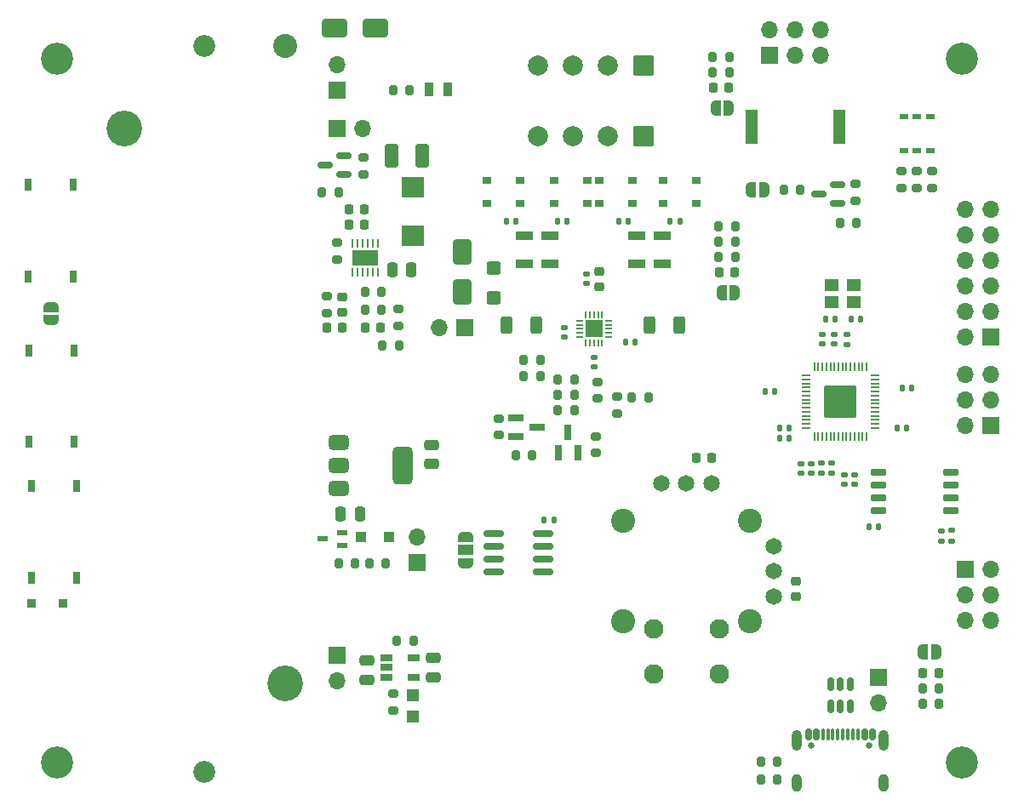
<source format=gbr>
%TF.GenerationSoftware,KiCad,Pcbnew,8.0.2*%
%TF.CreationDate,2024-05-27T20:09:00+01:00*%
%TF.ProjectId,StepUp,53746570-5570-42e6-9b69-6361645f7063,v1.0*%
%TF.SameCoordinates,Original*%
%TF.FileFunction,Soldermask,Top*%
%TF.FilePolarity,Negative*%
%FSLAX46Y46*%
G04 Gerber Fmt 4.6, Leading zero omitted, Abs format (unit mm)*
G04 Created by KiCad (PCBNEW 8.0.2) date 2024-05-27 20:09:00*
%MOMM*%
%LPD*%
G01*
G04 APERTURE LIST*
G04 Aperture macros list*
%AMRoundRect*
0 Rectangle with rounded corners*
0 $1 Rounding radius*
0 $2 $3 $4 $5 $6 $7 $8 $9 X,Y pos of 4 corners*
0 Add a 4 corners polygon primitive as box body*
4,1,4,$2,$3,$4,$5,$6,$7,$8,$9,$2,$3,0*
0 Add four circle primitives for the rounded corners*
1,1,$1+$1,$2,$3*
1,1,$1+$1,$4,$5*
1,1,$1+$1,$6,$7*
1,1,$1+$1,$8,$9*
0 Add four rect primitives between the rounded corners*
20,1,$1+$1,$2,$3,$4,$5,0*
20,1,$1+$1,$4,$5,$6,$7,0*
20,1,$1+$1,$6,$7,$8,$9,0*
20,1,$1+$1,$8,$9,$2,$3,0*%
%AMFreePoly0*
4,1,19,0.500000,-0.750000,0.000000,-0.750000,0.000000,-0.744911,-0.071157,-0.744911,-0.207708,-0.704816,-0.327430,-0.627875,-0.420627,-0.520320,-0.479746,-0.390866,-0.500000,-0.250000,-0.500000,0.250000,-0.479746,0.390866,-0.420627,0.520320,-0.327430,0.627875,-0.207708,0.704816,-0.071157,0.744911,0.000000,0.744911,0.000000,0.750000,0.500000,0.750000,0.500000,-0.750000,0.500000,-0.750000,
$1*%
%AMFreePoly1*
4,1,19,0.000000,0.744911,0.071157,0.744911,0.207708,0.704816,0.327430,0.627875,0.420627,0.520320,0.479746,0.390866,0.500000,0.250000,0.500000,-0.250000,0.479746,-0.390866,0.420627,-0.520320,0.327430,-0.627875,0.207708,-0.704816,0.071157,-0.744911,0.000000,-0.744911,0.000000,-0.750000,-0.500000,-0.750000,-0.500000,0.750000,0.000000,0.750000,0.000000,0.744911,0.000000,0.744911,
$1*%
%AMFreePoly2*
4,1,19,0.550000,-0.750000,0.000000,-0.750000,0.000000,-0.744911,-0.071157,-0.744911,-0.207708,-0.704816,-0.327430,-0.627875,-0.420627,-0.520320,-0.479746,-0.390866,-0.500000,-0.250000,-0.500000,0.250000,-0.479746,0.390866,-0.420627,0.520320,-0.327430,0.627875,-0.207708,0.704816,-0.071157,0.744911,0.000000,0.744911,0.000000,0.750000,0.550000,0.750000,0.550000,-0.750000,0.550000,-0.750000,
$1*%
%AMFreePoly3*
4,1,19,0.000000,0.744911,0.071157,0.744911,0.207708,0.704816,0.327430,0.627875,0.420627,0.520320,0.479746,0.390866,0.500000,0.250000,0.500000,-0.250000,0.479746,-0.390866,0.420627,-0.520320,0.327430,-0.627875,0.207708,-0.704816,0.071157,-0.744911,0.000000,-0.744911,0.000000,-0.750000,-0.550000,-0.750000,-0.550000,0.750000,0.000000,0.750000,0.000000,0.744911,0.000000,0.744911,
$1*%
G04 Aperture macros list end*
%ADD10R,0.863600X0.787400*%
%ADD11RoundRect,0.250000X0.312500X0.625000X-0.312500X0.625000X-0.312500X-0.625000X0.312500X-0.625000X0*%
%ADD12C,3.550000*%
%ADD13C,2.390000*%
%ADD14C,2.184000*%
%ADD15FreePoly0,180.000000*%
%ADD16FreePoly1,180.000000*%
%ADD17RoundRect,0.150000X0.587500X0.150000X-0.587500X0.150000X-0.587500X-0.150000X0.587500X-0.150000X0*%
%ADD18RoundRect,0.140000X0.140000X0.170000X-0.140000X0.170000X-0.140000X-0.170000X0.140000X-0.170000X0*%
%ADD19RoundRect,0.140000X0.170000X-0.140000X0.170000X0.140000X-0.170000X0.140000X-0.170000X-0.140000X0*%
%ADD20RoundRect,0.135000X0.185000X-0.135000X0.185000X0.135000X-0.185000X0.135000X-0.185000X-0.135000X0*%
%ADD21RoundRect,0.140000X-0.170000X0.140000X-0.170000X-0.140000X0.170000X-0.140000X0.170000X0.140000X0*%
%ADD22C,0.650000*%
%ADD23RoundRect,0.150000X-0.150000X-0.425000X0.150000X-0.425000X0.150000X0.425000X-0.150000X0.425000X0*%
%ADD24RoundRect,0.075000X-0.075000X-0.500000X0.075000X-0.500000X0.075000X0.500000X-0.075000X0.500000X0*%
%ADD25O,1.000000X2.100000*%
%ADD26O,1.000000X1.800000*%
%ADD27RoundRect,0.140000X-0.140000X-0.170000X0.140000X-0.170000X0.140000X0.170000X-0.140000X0.170000X0*%
%ADD28RoundRect,0.200000X-0.200000X-0.275000X0.200000X-0.275000X0.200000X0.275000X-0.200000X0.275000X0*%
%ADD29RoundRect,0.225000X0.225000X0.250000X-0.225000X0.250000X-0.225000X-0.250000X0.225000X-0.250000X0*%
%ADD30RoundRect,0.200000X-0.275000X0.200000X-0.275000X-0.200000X0.275000X-0.200000X0.275000X0.200000X0*%
%ADD31RoundRect,0.200000X0.200000X0.275000X-0.200000X0.275000X-0.200000X-0.275000X0.200000X-0.275000X0*%
%ADD32RoundRect,0.225000X-0.225000X-0.250000X0.225000X-0.250000X0.225000X0.250000X-0.225000X0.250000X0*%
%ADD33RoundRect,0.200000X0.275000X-0.200000X0.275000X0.200000X-0.275000X0.200000X-0.275000X-0.200000X0*%
%ADD34R,1.000000X0.550000*%
%ADD35RoundRect,0.050000X0.387500X0.050000X-0.387500X0.050000X-0.387500X-0.050000X0.387500X-0.050000X0*%
%ADD36RoundRect,0.050000X0.050000X0.387500X-0.050000X0.387500X-0.050000X-0.387500X0.050000X-0.387500X0*%
%ADD37RoundRect,0.144000X1.456000X1.456000X-1.456000X1.456000X-1.456000X-1.456000X1.456000X-1.456000X0*%
%ADD38C,1.650000*%
%ADD39C,1.950000*%
%ADD40C,2.400000*%
%ADD41R,0.711200X1.219200*%
%ADD42C,3.200000*%
%ADD43R,1.753400X0.912000*%
%ADD44FreePoly2,270.000000*%
%ADD45R,1.500000X1.000000*%
%ADD46FreePoly3,270.000000*%
%ADD47RoundRect,0.062500X0.062500X-0.362500X0.062500X0.362500X-0.062500X0.362500X-0.062500X-0.362500X0*%
%ADD48R,2.500000X1.600000*%
%ADD49R,0.900000X0.950000*%
%ADD50RoundRect,0.150000X0.650000X0.150000X-0.650000X0.150000X-0.650000X-0.150000X0.650000X-0.150000X0*%
%ADD51R,1.200000X1.200000*%
%ADD52R,1.700000X1.700000*%
%ADD53O,1.700000X1.700000*%
%ADD54R,1.300000X3.400000*%
%ADD55RoundRect,0.250000X0.650000X-1.000000X0.650000X1.000000X-0.650000X1.000000X-0.650000X-1.000000X0*%
%ADD56RoundRect,0.150000X-0.825000X-0.150000X0.825000X-0.150000X0.825000X0.150000X-0.825000X0.150000X0*%
%ADD57RoundRect,0.250000X-0.250000X-0.475000X0.250000X-0.475000X0.250000X0.475000X-0.250000X0.475000X0*%
%ADD58FreePoly0,90.000000*%
%ADD59FreePoly1,90.000000*%
%ADD60RoundRect,0.225000X-0.250000X0.225000X-0.250000X-0.225000X0.250000X-0.225000X0.250000X0.225000X0*%
%ADD61R,0.889000X0.533400*%
%ADD62RoundRect,0.250000X0.250000X0.475000X-0.250000X0.475000X-0.250000X-0.475000X0.250000X-0.475000X0*%
%ADD63RoundRect,0.102000X0.900000X0.900000X-0.900000X0.900000X-0.900000X-0.900000X0.900000X-0.900000X0*%
%ADD64C,2.004000*%
%ADD65R,1.400000X1.200000*%
%ADD66RoundRect,0.250000X-0.312500X-0.625000X0.312500X-0.625000X0.312500X0.625000X-0.312500X0.625000X0*%
%ADD67RoundRect,0.375000X-0.625000X-0.375000X0.625000X-0.375000X0.625000X0.375000X-0.625000X0.375000X0*%
%ADD68RoundRect,0.500000X-0.500000X-1.400000X0.500000X-1.400000X0.500000X1.400000X-0.500000X1.400000X0*%
%ADD69RoundRect,0.135000X-0.185000X0.135000X-0.185000X-0.135000X0.185000X-0.135000X0.185000X0.135000X0*%
%ADD70R,0.762000X0.254000*%
%ADD71R,0.254000X0.762000*%
%ADD72R,1.701800X1.701800*%
%ADD73RoundRect,0.250000X0.475000X-0.250000X0.475000X0.250000X-0.475000X0.250000X-0.475000X-0.250000X0*%
%ADD74RoundRect,0.250000X-0.412500X-0.925000X0.412500X-0.925000X0.412500X0.925000X-0.412500X0.925000X0*%
%ADD75RoundRect,0.070000X0.300000X-0.650000X0.300000X0.650000X-0.300000X0.650000X-0.300000X-0.650000X0*%
%ADD76R,2.200000X2.150000*%
%ADD77RoundRect,0.250000X-0.475000X0.250000X-0.475000X-0.250000X0.475000X-0.250000X0.475000X0.250000X0*%
%ADD78RoundRect,0.070000X-0.525000X0.300000X-0.525000X-0.300000X0.525000X-0.300000X0.525000X0.300000X0*%
%ADD79R,0.950000X1.400000*%
%ADD80RoundRect,0.070000X-0.650000X-0.300000X0.650000X-0.300000X0.650000X0.300000X-0.650000X0.300000X0*%
%ADD81RoundRect,0.225000X0.250000X-0.225000X0.250000X0.225000X-0.250000X0.225000X-0.250000X-0.225000X0*%
%ADD82RoundRect,0.250000X0.450000X-0.400000X0.450000X0.400000X-0.450000X0.400000X-0.450000X-0.400000X0*%
%ADD83RoundRect,0.250000X-1.000000X-0.650000X1.000000X-0.650000X1.000000X0.650000X-1.000000X0.650000X0*%
%ADD84RoundRect,0.150000X0.150000X-0.512500X0.150000X0.512500X-0.150000X0.512500X-0.150000X-0.512500X0*%
%ADD85RoundRect,0.250000X-0.300000X-0.300000X0.300000X-0.300000X0.300000X0.300000X-0.300000X0.300000X0*%
G04 APERTURE END LIST*
D10*
%TO.C,D3*%
X142760799Y-84429600D03*
X139458799Y-84429600D03*
%TD*%
D11*
%TO.C,R20*%
X151855900Y-96501001D03*
X148930900Y-96501001D03*
%TD*%
D12*
%TO.C,BT1*%
X112648000Y-132192000D03*
X96648000Y-76992000D03*
D13*
X112648000Y-68792000D03*
D14*
X104648000Y-141012000D03*
X104648000Y-68792000D03*
%TD*%
D15*
%TO.C,JP7*%
X160309000Y-83046000D03*
D16*
X159009000Y-83046000D03*
%TD*%
D17*
%TO.C,Q4*%
X118539500Y-81563000D03*
X118539500Y-79663000D03*
X116664500Y-80613000D03*
%TD*%
D18*
%TO.C,C10*%
X161380000Y-103100000D03*
X160420000Y-103100000D03*
%TD*%
D19*
%TO.C,C5*%
X166116000Y-98408000D03*
X166116000Y-97448000D03*
%TD*%
D20*
%TO.C,R6*%
X167012500Y-111290000D03*
X167012500Y-110270000D03*
%TD*%
D21*
%TO.C,C8*%
X164000000Y-110300000D03*
X164000000Y-111260000D03*
%TD*%
D22*
%TO.C,J1*%
X165004000Y-138365000D03*
X170784000Y-138365000D03*
D23*
X164694000Y-137290000D03*
X165494000Y-137290000D03*
D24*
X166644000Y-137290000D03*
X167644000Y-137290000D03*
X168144000Y-137290000D03*
X169144000Y-137290000D03*
D23*
X170294000Y-137290000D03*
X171094000Y-137290000D03*
X171094000Y-137290000D03*
X170294000Y-137290000D03*
D24*
X169644000Y-137290000D03*
X168644000Y-137290000D03*
X167144000Y-137290000D03*
X166144000Y-137290000D03*
D23*
X165494000Y-137290000D03*
X164694000Y-137290000D03*
D25*
X163574000Y-137865000D03*
D26*
X163574000Y-142045000D03*
D25*
X172214000Y-137865000D03*
D26*
X172214000Y-142045000D03*
%TD*%
D27*
%TO.C,C20*%
X146520000Y-98200000D03*
X147480000Y-98200000D03*
%TD*%
D28*
%TO.C,R34*%
X155172000Y-71380000D03*
X156822000Y-71380000D03*
%TD*%
D21*
%TO.C,C19*%
X143400000Y-99720000D03*
X143400000Y-100680000D03*
%TD*%
D29*
%TO.C,C40*%
X155075000Y-109750000D03*
X153525000Y-109750000D03*
%TD*%
D30*
%TO.C,R10*%
X143600000Y-107575000D03*
X143600000Y-109225000D03*
%TD*%
D20*
%TO.C,R2*%
X178950500Y-117989500D03*
X178950500Y-116969500D03*
%TD*%
D31*
%TO.C,R29*%
X123975000Y-98550000D03*
X122325000Y-98550000D03*
%TD*%
D20*
%TO.C,R5*%
X168535000Y-98438000D03*
X168535000Y-97418000D03*
%TD*%
%TO.C,R7*%
X166000000Y-111290000D03*
X166000000Y-110270000D03*
%TD*%
D10*
%TO.C,D8*%
X147218400Y-82143600D03*
X143916400Y-82143600D03*
%TD*%
%TO.C,D10*%
X150266400Y-82143600D03*
X153568400Y-82143600D03*
%TD*%
D32*
%TO.C,C37*%
X155828000Y-91268000D03*
X157378000Y-91268000D03*
%TD*%
D33*
%TO.C,R43*%
X173990000Y-82867000D03*
X173990000Y-81217000D03*
%TD*%
D19*
%TO.C,C16*%
X140400000Y-97730000D03*
X140400000Y-96770000D03*
%TD*%
D10*
%TO.C,D7*%
X143916400Y-84429600D03*
X147218400Y-84429600D03*
%TD*%
D33*
%TO.C,R41*%
X177038000Y-82867000D03*
X177038000Y-81217000D03*
%TD*%
%TO.C,R8*%
X133883400Y-107486001D03*
X133883400Y-105836001D03*
%TD*%
D31*
%TO.C,R32*%
X122237000Y-93218000D03*
X120587000Y-93218000D03*
%TD*%
D28*
%TO.C,R4*%
X159957000Y-141732000D03*
X161607000Y-141732000D03*
%TD*%
D29*
%TO.C,C29*%
X120575000Y-86524000D03*
X119025000Y-86524000D03*
%TD*%
D34*
%TO.C,Q3*%
X118332000Y-118448000D03*
X118332000Y-117148000D03*
X116432000Y-117798000D03*
%TD*%
D35*
%TO.C,U3*%
X171336500Y-106745000D03*
X171336500Y-106345000D03*
X171336500Y-105945000D03*
X171336500Y-105545000D03*
X171336500Y-105145000D03*
X171336500Y-104745000D03*
X171336500Y-104345000D03*
X171336500Y-103945000D03*
X171336500Y-103545000D03*
X171336500Y-103145000D03*
X171336500Y-102745000D03*
X171336500Y-102345000D03*
X171336500Y-101945000D03*
X171336500Y-101545000D03*
D36*
X170499000Y-100707500D03*
X170099000Y-100707500D03*
X169699000Y-100707500D03*
X169299000Y-100707500D03*
X168899000Y-100707500D03*
X168499000Y-100707500D03*
X168099000Y-100707500D03*
X167699000Y-100707500D03*
X167299000Y-100707500D03*
X166899000Y-100707500D03*
X166499000Y-100707500D03*
X166099000Y-100707500D03*
X165699000Y-100707500D03*
X165299000Y-100707500D03*
D35*
X164461500Y-101545000D03*
X164461500Y-101945000D03*
X164461500Y-102345000D03*
X164461500Y-102745000D03*
X164461500Y-103145000D03*
X164461500Y-103545000D03*
X164461500Y-103945000D03*
X164461500Y-104345000D03*
X164461500Y-104745000D03*
X164461500Y-105145000D03*
X164461500Y-105545000D03*
X164461500Y-105945000D03*
X164461500Y-106345000D03*
X164461500Y-106745000D03*
D36*
X165299000Y-107582500D03*
X165699000Y-107582500D03*
X166099000Y-107582500D03*
X166499000Y-107582500D03*
X166899000Y-107582500D03*
X167299000Y-107582500D03*
X167699000Y-107582500D03*
X168099000Y-107582500D03*
X168499000Y-107582500D03*
X168899000Y-107582500D03*
X169299000Y-107582500D03*
X169699000Y-107582500D03*
X170099000Y-107582500D03*
X170499000Y-107582500D03*
D37*
X167899000Y-104145000D03*
%TD*%
D28*
%TO.C,R3*%
X159957000Y-139954000D03*
X161607000Y-139954000D03*
%TD*%
D21*
%TO.C,C7*%
X168282500Y-111409500D03*
X168282500Y-112369500D03*
%TD*%
D28*
%TO.C,R23*%
X123773000Y-127920000D03*
X125423000Y-127920000D03*
%TD*%
D38*
%TO.C,JOY1*%
X155062500Y-112275000D03*
X152562500Y-112275000D03*
X150062500Y-112275000D03*
X161292500Y-123505000D03*
X161292500Y-121005000D03*
X161292500Y-118505000D03*
D39*
X149312500Y-126755000D03*
X155812500Y-126755000D03*
X149312500Y-131255000D03*
X155812500Y-131255000D03*
D40*
X158887500Y-116005000D03*
X146237500Y-116005000D03*
X146237500Y-126005000D03*
X158887500Y-126005000D03*
%TD*%
D21*
%TO.C,C6*%
X165000000Y-110300000D03*
X165000000Y-111260000D03*
%TD*%
D41*
%TO.C,SW3*%
X87084100Y-91668600D03*
X91579900Y-91668600D03*
X91579900Y-82575400D03*
X87084100Y-82575400D03*
%TD*%
D31*
%TO.C,R39*%
X177717000Y-132652000D03*
X176067000Y-132652000D03*
%TD*%
D28*
%TO.C,R31*%
X120587000Y-94996000D03*
X122237000Y-94996000D03*
%TD*%
D42*
%TO.C,H1*%
X90000000Y-70000000D03*
%TD*%
D15*
%TO.C,JP4*%
X156792000Y-74932000D03*
D16*
X155492000Y-74932000D03*
%TD*%
D30*
%TO.C,R27*%
X116840000Y-93663000D03*
X116840000Y-95313000D03*
%TD*%
D43*
%TO.C,L1*%
X138963400Y-87612201D03*
X138963400Y-90403801D03*
%TD*%
D18*
%TO.C,C13*%
X162780000Y-106800000D03*
X161820000Y-106800000D03*
%TD*%
D28*
%TO.C,R38*%
X176070000Y-134176000D03*
X177720000Y-134176000D03*
%TD*%
D10*
%TO.C,D4*%
X139458799Y-82143600D03*
X142760799Y-82143600D03*
%TD*%
D44*
%TO.C,JP2*%
X130600000Y-117600000D03*
D45*
X130600000Y-118900000D03*
D46*
X130600000Y-120200000D03*
%TD*%
D47*
%TO.C,U8*%
X119369000Y-91245000D03*
X119869000Y-91245000D03*
X120369000Y-91245000D03*
X120869000Y-91245000D03*
X121369000Y-91245000D03*
X121869000Y-91245000D03*
X121869000Y-88395000D03*
X121369000Y-88395000D03*
X120869000Y-88395000D03*
X120369000Y-88395000D03*
X119869000Y-88395000D03*
X119369000Y-88395000D03*
D48*
X120619000Y-89820000D03*
%TD*%
D18*
%TO.C,C3*%
X171680000Y-116550000D03*
X170720000Y-116550000D03*
%TD*%
D17*
%TO.C,Q5*%
X167645000Y-84438000D03*
X167645000Y-82538000D03*
X165770000Y-83488000D03*
%TD*%
D30*
%TO.C,R28*%
X120450000Y-79875000D03*
X120450000Y-81525000D03*
%TD*%
D49*
%TO.C,D1*%
X90575000Y-124200000D03*
X87425000Y-124200000D03*
%TD*%
D18*
%TO.C,C14*%
X162780000Y-107816000D03*
X161820000Y-107816000D03*
%TD*%
D41*
%TO.C,SW1*%
X87198200Y-108153200D03*
X91694000Y-108153200D03*
X91694000Y-99060000D03*
X87198200Y-99060000D03*
%TD*%
D31*
%TO.C,R14*%
X141420001Y-105003400D03*
X139770001Y-105003400D03*
%TD*%
D43*
%TO.C,L4*%
X150139400Y-87612201D03*
X150139400Y-90403801D03*
%TD*%
D31*
%TO.C,R37*%
X157425000Y-89744000D03*
X155775000Y-89744000D03*
%TD*%
D50*
%TO.C,U2*%
X178864500Y-114986500D03*
X178864500Y-113716500D03*
X178864500Y-112446500D03*
X178864500Y-111176500D03*
X171664500Y-111176500D03*
X171664500Y-112446500D03*
X171664500Y-113716500D03*
X171664500Y-114986500D03*
%TD*%
D15*
%TO.C,JP5*%
X157395000Y-93300000D03*
D16*
X156095000Y-93300000D03*
%TD*%
D32*
%TO.C,C33*%
X116827000Y-96774000D03*
X118377000Y-96774000D03*
%TD*%
D51*
%TO.C,D12*%
X125370000Y-133360000D03*
X125370000Y-135460000D03*
%TD*%
D31*
%TO.C,R13*%
X138025000Y-100000000D03*
X136375000Y-100000000D03*
%TD*%
D18*
%TO.C,C21*%
X140713400Y-86207600D03*
X139753400Y-86207600D03*
%TD*%
D21*
%TO.C,C4*%
X169298500Y-111409500D03*
X169298500Y-112369500D03*
%TD*%
D15*
%TO.C,JP6*%
X177400000Y-129000000D03*
D16*
X176100000Y-129000000D03*
%TD*%
D52*
%TO.C,J4*%
X182880000Y-97706000D03*
D53*
X180340000Y-97706000D03*
X182880000Y-95166000D03*
X180340000Y-95166000D03*
X182880000Y-92626000D03*
X180340000Y-92626000D03*
X182880000Y-90086000D03*
X180340000Y-90086000D03*
X182880000Y-87546000D03*
X180340000Y-87546000D03*
X182880000Y-85006000D03*
X180340000Y-85006000D03*
%TD*%
D29*
%TO.C,C38*%
X177667000Y-131132000D03*
X176117000Y-131132000D03*
%TD*%
D54*
%TO.C,BZ1*%
X159050000Y-76800000D03*
X167750000Y-76800000D03*
%TD*%
D28*
%TO.C,R26*%
X116325000Y-83300000D03*
X117975000Y-83300000D03*
%TD*%
D55*
%TO.C,D13*%
X130250000Y-93200000D03*
X130250000Y-89200000D03*
%TD*%
D31*
%TO.C,R46*%
X163898000Y-83050000D03*
X162248000Y-83050000D03*
%TD*%
D56*
%TO.C,U4*%
X133400000Y-117295000D03*
X133400000Y-118565000D03*
X133400000Y-119835000D03*
X133400000Y-121105000D03*
X138350000Y-121105000D03*
X138350000Y-119835000D03*
X138350000Y-118565000D03*
X138350000Y-117295000D03*
%TD*%
D18*
%TO.C,C2*%
X167358000Y-95924000D03*
X166398000Y-95924000D03*
%TD*%
D41*
%TO.C,SW2*%
X87414100Y-121640600D03*
X91909900Y-121640600D03*
X91909900Y-112547400D03*
X87414100Y-112547400D03*
%TD*%
D57*
%TO.C,C25*%
X118210000Y-115284000D03*
X120110000Y-115284000D03*
%TD*%
D42*
%TO.C,H2*%
X90000000Y-140000000D03*
%TD*%
D58*
%TO.C,JP1*%
X89408000Y-96012000D03*
D59*
X89408000Y-94712000D03*
%TD*%
D60*
%TO.C,C32*%
X118364000Y-93713000D03*
X118364000Y-95263000D03*
%TD*%
D27*
%TO.C,C1*%
X168938000Y-95924000D03*
X169898000Y-95924000D03*
%TD*%
D43*
%TO.C,L2*%
X136423400Y-87612201D03*
X136423400Y-90403801D03*
%TD*%
D61*
%TO.C,LED2*%
X176809400Y-75780900D03*
X175514000Y-75780900D03*
X174218600Y-75780900D03*
X176809400Y-79159100D03*
X175514000Y-79159100D03*
X174218600Y-79159100D03*
%TD*%
D31*
%TO.C,R12*%
X138025000Y-101600000D03*
X136375000Y-101600000D03*
%TD*%
D27*
%TO.C,C9*%
X173520000Y-106800000D03*
X174480000Y-106800000D03*
%TD*%
%TO.C,C15*%
X138420000Y-115900000D03*
X139380000Y-115900000D03*
%TD*%
D62*
%TO.C,C35*%
X125200000Y-91000000D03*
X123300000Y-91000000D03*
%TD*%
D31*
%TO.C,R16*%
X141420001Y-101955400D03*
X139770001Y-101955400D03*
%TD*%
D63*
%TO.C,J5*%
X148277400Y-77689501D03*
X148277400Y-70689501D03*
D64*
X144777400Y-77689501D03*
X144777400Y-70689501D03*
X141277400Y-77689501D03*
X141277400Y-70689501D03*
X137777400Y-77689501D03*
X137777400Y-70689501D03*
%TD*%
D27*
%TO.C,C24*%
X150957400Y-86207600D03*
X151917400Y-86207600D03*
%TD*%
D65*
%TO.C,Y1*%
X169248000Y-92534000D03*
X167048000Y-92534000D03*
X167048000Y-94234000D03*
X169248000Y-94234000D03*
%TD*%
D30*
%TO.C,R17*%
X145675001Y-103670400D03*
X145675001Y-105320400D03*
%TD*%
D66*
%TO.C,R19*%
X134706900Y-96501001D03*
X137631900Y-96501001D03*
%TD*%
D18*
%TO.C,C22*%
X135605400Y-86207600D03*
X134645400Y-86207600D03*
%TD*%
D67*
%TO.C,U6*%
X118008000Y-108190000D03*
X118008000Y-110490000D03*
D68*
X124308000Y-110490000D03*
D67*
X118008000Y-112790000D03*
%TD*%
D69*
%TO.C,R1*%
X177950500Y-116979500D03*
X177950500Y-117999500D03*
%TD*%
D19*
%TO.C,C12*%
X167265000Y-98408000D03*
X167265000Y-97448000D03*
%TD*%
D52*
%TO.C,J3*%
X182875000Y-106525000D03*
D53*
X180335000Y-106525000D03*
X182875000Y-103985000D03*
X180335000Y-103985000D03*
X182875000Y-101445000D03*
X180335000Y-101445000D03*
%TD*%
D28*
%TO.C,R36*%
X155775000Y-88220000D03*
X157425000Y-88220000D03*
%TD*%
D70*
%TO.C,U5*%
X141960600Y-96100999D03*
X141960600Y-96501001D03*
X141960600Y-96901000D03*
X141960600Y-97300999D03*
X141960600Y-97701001D03*
D71*
X142582999Y-98323400D03*
X142983001Y-98323400D03*
X143383000Y-98323400D03*
X143782999Y-98323400D03*
X144183001Y-98323400D03*
D70*
X144805400Y-97701001D03*
X144805400Y-97300999D03*
X144805400Y-96901000D03*
X144805400Y-96501001D03*
X144805400Y-96100999D03*
D71*
X144183001Y-95478600D03*
X143782999Y-95478600D03*
X143383000Y-95478600D03*
X142983001Y-95478600D03*
X142582999Y-95478600D03*
D72*
X143383000Y-96901000D03*
%TD*%
D30*
%TO.C,R11*%
X143700000Y-102175000D03*
X143700000Y-103825000D03*
%TD*%
%TO.C,R25*%
X123398000Y-133195000D03*
X123398000Y-134845000D03*
%TD*%
D28*
%TO.C,R35*%
X155775000Y-86700000D03*
X157425000Y-86700000D03*
%TD*%
D52*
%TO.C,J8*%
X117852000Y-129337000D03*
D53*
X117852000Y-131877000D03*
%TD*%
D73*
%TO.C,C31*%
X120798000Y-131804000D03*
X120798000Y-129904000D03*
%TD*%
D74*
%TO.C,C26*%
X123262500Y-79650000D03*
X126337500Y-79650000D03*
%TD*%
D31*
%TO.C,R15*%
X141420001Y-103479400D03*
X139770001Y-103479400D03*
%TD*%
D10*
%TO.C,D9*%
X153568400Y-84429600D03*
X150266400Y-84429600D03*
%TD*%
D32*
%TO.C,C36*%
X155225000Y-72900000D03*
X156775000Y-72900000D03*
%TD*%
D73*
%TO.C,C30*%
X127200000Y-110350000D03*
X127200000Y-108450000D03*
%TD*%
D19*
%TO.C,C18*%
X142659001Y-92409001D03*
X142659001Y-91449001D03*
%TD*%
D75*
%TO.C,Q1*%
X139864400Y-109261001D03*
X141764400Y-109261001D03*
X140814400Y-107161001D03*
%TD*%
D52*
%TO.C,J9*%
X130561000Y-96774000D03*
D53*
X128021000Y-96774000D03*
%TD*%
D42*
%TO.C,H4*%
X180000000Y-140000000D03*
%TD*%
D76*
%TO.C,L5*%
X125400000Y-82800000D03*
X125400000Y-87600000D03*
%TD*%
D29*
%TO.C,C34*%
X122187000Y-96774000D03*
X120637000Y-96774000D03*
%TD*%
D31*
%TO.C,R21*%
X122657000Y-120226000D03*
X121007000Y-120226000D03*
%TD*%
D27*
%TO.C,C11*%
X174020000Y-102800000D03*
X174980000Y-102800000D03*
%TD*%
D31*
%TO.C,R9*%
X137248400Y-109455001D03*
X135598400Y-109455001D03*
%TD*%
%TO.C,R33*%
X156822000Y-69856000D03*
X155172000Y-69856000D03*
%TD*%
%TO.C,R40*%
X125031000Y-73152000D03*
X123381000Y-73152000D03*
%TD*%
D77*
%TO.C,C28*%
X127402000Y-129650000D03*
X127402000Y-131550000D03*
%TD*%
D78*
%TO.C,U7*%
X122750000Y-129650000D03*
X122750000Y-130600000D03*
X122750000Y-131550000D03*
X125450000Y-131550000D03*
X125450000Y-129650000D03*
%TD*%
D30*
%TO.C,R45*%
X169423000Y-82475000D03*
X169423000Y-84125000D03*
%TD*%
D79*
%TO.C,LED1*%
X128850000Y-73100000D03*
X126950000Y-73100000D03*
%TD*%
D10*
%TO.C,D5*%
X132740400Y-84429600D03*
X136042400Y-84429600D03*
%TD*%
D30*
%TO.C,R30*%
X123952000Y-94933000D03*
X123952000Y-96583000D03*
%TD*%
D52*
%TO.C,J6*%
X125800000Y-120175000D03*
D53*
X125800000Y-117635000D03*
%TD*%
D80*
%TO.C,Q2*%
X135627400Y-105711001D03*
X135627400Y-107611001D03*
X137727400Y-106661001D03*
%TD*%
D52*
%TO.C,J10*%
X160875000Y-69675000D03*
D53*
X160875000Y-67135000D03*
X163415000Y-69675000D03*
X163415000Y-67135000D03*
X165955000Y-69675000D03*
X165955000Y-67135000D03*
%TD*%
D29*
%TO.C,C27*%
X120575000Y-85000000D03*
X119025000Y-85000000D03*
%TD*%
D28*
%TO.C,R18*%
X147136001Y-103733400D03*
X148786001Y-103733400D03*
%TD*%
D27*
%TO.C,C23*%
X145849400Y-86207600D03*
X146809400Y-86207600D03*
%TD*%
D52*
%TO.C,J2*%
X171704000Y-131567000D03*
D53*
X171704000Y-134107000D03*
%TD*%
D43*
%TO.C,L3*%
X147599400Y-87612201D03*
X147599400Y-90403801D03*
%TD*%
D81*
%TO.C,C39*%
X163450000Y-123525000D03*
X163450000Y-121975000D03*
%TD*%
D82*
%TO.C,D2*%
X133400000Y-93779000D03*
X133400000Y-90879000D03*
%TD*%
D52*
%TO.C,J11*%
X117856000Y-73157000D03*
D53*
X117856000Y-70617000D03*
%TD*%
D42*
%TO.C,H3*%
X180000000Y-70000000D03*
%TD*%
D52*
%TO.C,J12*%
X180330000Y-120800000D03*
D53*
X182870000Y-120800000D03*
X180330000Y-123340000D03*
X182870000Y-123340000D03*
X180330000Y-125880000D03*
X182870000Y-125880000D03*
%TD*%
D10*
%TO.C,D6*%
X136042400Y-82143600D03*
X132740400Y-82143600D03*
%TD*%
D28*
%TO.C,R44*%
X167836000Y-86348000D03*
X169486000Y-86348000D03*
%TD*%
D33*
%TO.C,R24*%
X117856000Y-89979000D03*
X117856000Y-88329000D03*
%TD*%
D83*
%TO.C,D14*%
X117600000Y-66950000D03*
X121600000Y-66950000D03*
%TD*%
D84*
%TO.C,U1*%
X166944000Y-134487500D03*
X167894000Y-134487500D03*
X168844000Y-134487500D03*
X168844000Y-132212500D03*
X167894000Y-132212500D03*
X166944000Y-132212500D03*
%TD*%
D81*
%TO.C,C17*%
X143929001Y-92704001D03*
X143929001Y-91154001D03*
%TD*%
D33*
%TO.C,R42*%
X175514000Y-82867000D03*
X175514000Y-81217000D03*
%TD*%
D52*
%TO.C,J7*%
X117851000Y-76962000D03*
D53*
X120391000Y-76962000D03*
%TD*%
D31*
%TO.C,R22*%
X119609000Y-120226000D03*
X117959000Y-120226000D03*
%TD*%
D85*
%TO.C,D11*%
X120178000Y-117570000D03*
X122978000Y-117570000D03*
%TD*%
M02*

</source>
